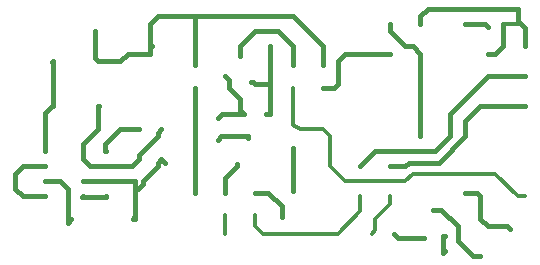
<source format=gbr>
G04 EAGLE Gerber RS-274X export*
G75*
%MOMM*%
%FSLAX34Y34*%
%LPD*%
%INTop Copper*%
%IPPOS*%
%AMOC8*
5,1,8,0,0,1.08239X$1,22.5*%
G01*
%ADD10C,0.406400*%
%ADD11C,0.304800*%


D10*
X44450Y88900D02*
X62900Y88900D01*
X44450Y88900D02*
X38100Y82550D01*
X38100Y69850D01*
X44450Y63500D01*
X62900Y63500D01*
X241300Y66650D02*
X252438Y66650D01*
X263525Y55563D01*
X263525Y46175D01*
X263550Y46150D01*
X215900Y66650D02*
X215900Y79375D01*
X225450Y88925D02*
X225450Y90600D01*
X225450Y88925D02*
X215900Y79375D01*
X142400Y69850D02*
X139700Y69850D01*
X161900Y95250D02*
X165100Y92050D01*
X114900Y76200D02*
X95250Y76200D01*
X158750Y88900D02*
X158750Y92100D01*
X161900Y95250D01*
X139700Y69850D02*
X139700Y46750D01*
X137400Y44450D01*
X139700Y69850D02*
X139700Y76200D01*
X114900Y76200D01*
X146050Y76200D02*
X158750Y88900D01*
X146050Y76200D02*
X146050Y73500D01*
X142400Y69850D01*
X139192Y44450D02*
X137400Y44450D01*
X138684Y43942D02*
X139192Y44450D01*
D11*
X215900Y47650D02*
X215900Y31750D01*
X330200Y50800D02*
X330200Y63500D01*
X330200Y50800D02*
X311150Y31750D01*
X247650Y31750D01*
X241300Y38100D01*
X241300Y47650D01*
D10*
X298450Y155600D02*
X308000Y155600D01*
X311150Y158750D01*
X311150Y177800D01*
X317500Y184150D01*
X355600Y184150D01*
X435610Y209550D02*
X438150Y207010D01*
X435610Y209550D02*
X419100Y209550D01*
X419100Y127000D02*
X419100Y114300D01*
X419100Y127000D02*
X431800Y139700D01*
X469900Y139700D01*
X368300Y88900D02*
X355600Y88900D01*
X368300Y88900D02*
X371475Y92075D01*
X396875Y92075D01*
X419100Y114300D01*
X342900Y101600D02*
X330200Y88900D01*
X342900Y101600D02*
X393700Y101600D01*
X406400Y114300D01*
X406400Y133350D01*
X438150Y165100D01*
X469900Y165100D01*
D11*
X273050Y155600D02*
X273050Y123800D01*
X304800Y88900D02*
X317500Y76200D01*
X304800Y88900D02*
X304800Y114300D01*
X463550Y63500D02*
X469900Y63500D01*
X463550Y63500D02*
X444500Y82550D01*
X279400Y120650D02*
X273050Y123800D01*
X279400Y120650D02*
X298450Y120650D01*
X304800Y114300D01*
X374650Y82550D02*
X444500Y82550D01*
X374650Y82550D02*
X368300Y76200D01*
X317500Y76200D01*
D10*
X431800Y50750D02*
X431800Y44450D01*
X438150Y38100D01*
X454500Y38100D01*
X457200Y35400D01*
X431800Y50750D02*
X431800Y63500D01*
X428625Y66675D02*
X419100Y66675D01*
X428625Y66675D02*
X431800Y63500D01*
X273050Y68150D02*
X273050Y104800D01*
X273050Y174600D02*
X273050Y190500D01*
X260350Y203200D01*
X241300Y203200D01*
X228600Y190500D01*
X228600Y182450D01*
X234950Y114300D02*
X234950Y112600D01*
X234950Y114300D02*
X212700Y114300D01*
X209550Y111150D01*
X219100Y161900D02*
X215900Y165100D01*
X212750Y133350D02*
X231800Y133350D01*
X212750Y133350D02*
X209550Y130150D01*
X219100Y155550D02*
X219100Y160450D01*
X219100Y155550D02*
X228600Y146050D01*
X228600Y136550D01*
X231800Y133350D01*
X219100Y160450D02*
X219100Y161900D01*
D11*
X355600Y63500D02*
X355600Y57150D01*
X342900Y44450D01*
X342900Y34900D01*
X339750Y31750D01*
D10*
X142900Y120650D02*
X127000Y120650D01*
X114300Y107950D01*
X114300Y102200D01*
X114900Y101600D01*
X114900Y88900D02*
X136550Y88900D01*
X142900Y95250D01*
X142900Y98450D01*
X158750Y114300D01*
X158750Y117500D01*
X161900Y120650D01*
X114900Y88900D02*
X101600Y88900D01*
X95250Y95250D01*
X107950Y139700D02*
X108900Y139700D01*
X107950Y139700D02*
X107950Y120650D01*
X95250Y107950D01*
X95250Y95250D01*
X114900Y63500D02*
X114646Y63246D01*
X94996Y63246D01*
X190500Y66650D02*
X190500Y88900D01*
X190500Y155600D01*
X95250Y63500D02*
X94996Y63246D01*
X62900Y133700D02*
X68900Y139700D01*
X68900Y176800D02*
X69900Y177800D01*
X69850Y139700D02*
X68900Y139700D01*
X69850Y139700D02*
X69850Y177750D01*
X69900Y177800D01*
X63500Y101600D02*
X62900Y101600D01*
X63500Y101600D02*
X63500Y133100D01*
X62900Y133700D01*
X62900Y76200D02*
X76200Y76200D01*
X82550Y69850D01*
X82550Y40800D01*
X85250Y44450D01*
X105250Y180450D02*
X105250Y203200D01*
X105250Y180450D02*
X107900Y177800D01*
X152400Y189450D02*
X153958Y191008D01*
X190500Y190500D02*
X190500Y174600D01*
X298450Y174600D02*
X298450Y190500D01*
X273050Y215900D01*
X190500Y215900D02*
X158750Y215900D01*
X190500Y215900D02*
X273050Y215900D01*
X158750Y215900D02*
X152400Y209550D01*
X190500Y215900D02*
X190500Y190500D01*
X152400Y189450D02*
X152400Y209550D01*
X127000Y177800D02*
X107900Y177800D01*
X127000Y177800D02*
X133350Y184150D01*
X152400Y184150D01*
X152400Y189450D01*
X250800Y133350D02*
X254000Y133350D01*
X254000Y158750D01*
X239600Y160450D02*
X238100Y160450D01*
X239600Y160450D02*
X241300Y158750D01*
X254000Y158750D01*
X254000Y190500D01*
X381000Y209550D02*
X381000Y215900D01*
X387350Y222250D01*
X463550Y222250D01*
X463550Y212090D01*
X466090Y209550D01*
X469900Y205740D02*
X469900Y190500D01*
X469900Y205740D02*
X466090Y209550D01*
X384175Y28575D02*
X384200Y28550D01*
X384175Y28575D02*
X361925Y28575D01*
X358750Y31750D01*
X392112Y52276D02*
X398574Y52276D01*
X412750Y38100D01*
X412750Y25400D01*
X425450Y12700D01*
X431750Y12700D01*
X431800Y12750D01*
X355600Y203200D02*
X355600Y209550D01*
X381000Y184150D02*
X381000Y114300D01*
X381000Y184150D02*
X374650Y190500D01*
X368300Y190500D01*
X355600Y203200D01*
X401613Y17438D02*
X400050Y15875D01*
X400050Y30276D02*
X401612Y30276D01*
X400050Y30276D02*
X400050Y15875D01*
X438150Y184150D02*
X444500Y184150D01*
X450850Y190500D01*
X450850Y209550D01*
D11*
X463550Y209550D01*
M02*

</source>
